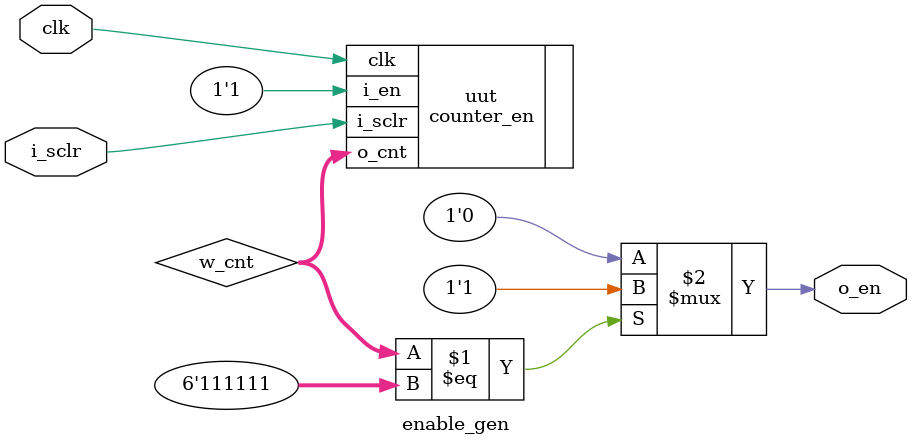
<source format=v>
`ifndef _enable_gen
`define _enable_gen

`include "counter_en.v"

module enable_gen #(
  parameter BIT_SIZE = 6
) (
  input wire clk, i_sclr,
  output wire o_en
);

  wire [BIT_SIZE-1:0] w_cnt;
  counter_en #(BIT_SIZE) uut(
    .clk(clk),
    .i_sclr(i_sclr),
    .i_en(1'b1),
    .o_cnt(w_cnt)
  );

  assign o_en = (w_cnt == {BIT_SIZE{1'b1}}) ? 1'b1 : 1'b0;
endmodule

`endif

</source>
